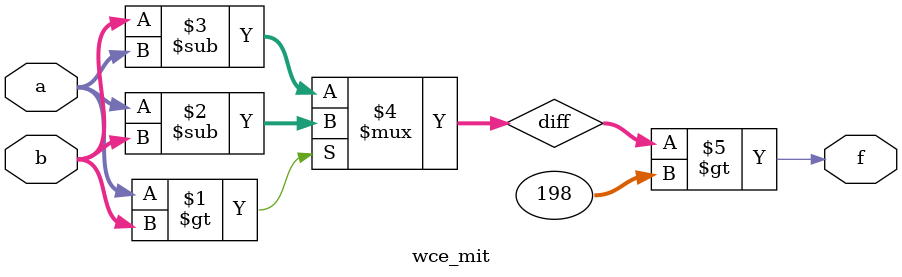
<source format=v>
module wce_mit(a, b, f);
parameter _bit = 18;
parameter wce = 198;
input [_bit - 1: 0] a;
input [_bit - 1: 0] b;
output f;
wire [_bit - 1: 0] diff;
assign diff = (a > b)? (a - b): (b - a);
assign f = (diff > wce);
endmodule

</source>
